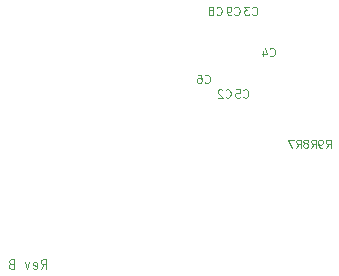
<source format=gbr>
G04 #@! TF.GenerationSoftware,KiCad,Pcbnew,5.0.2-bee76a0~70~ubuntu18.04.1*
G04 #@! TF.CreationDate,2020-08-11T13:50:02+01:00*
G04 #@! TF.ProjectId,picodvi,7069636f-6476-4692-9e6b-696361645f70,rev?*
G04 #@! TF.SameCoordinates,Original*
G04 #@! TF.FileFunction,Legend,Bot*
G04 #@! TF.FilePolarity,Positive*
%FSLAX46Y46*%
G04 Gerber Fmt 4.6, Leading zero omitted, Abs format (unit mm)*
G04 Created by KiCad (PCBNEW 5.0.2-bee76a0~70~ubuntu18.04.1) date Tue 11 Aug 2020 13:50:02 BST*
%MOMM*%
%LPD*%
G01*
G04 APERTURE LIST*
%ADD10C,0.120000*%
%ADD11C,0.100000*%
G04 APERTURE END LIST*
D10*
X214464761Y-123297904D02*
X214731428Y-122916952D01*
X214921904Y-123297904D02*
X214921904Y-122497904D01*
X214617142Y-122497904D01*
X214540952Y-122536000D01*
X214502857Y-122574095D01*
X214464761Y-122650285D01*
X214464761Y-122764571D01*
X214502857Y-122840761D01*
X214540952Y-122878857D01*
X214617142Y-122916952D01*
X214921904Y-122916952D01*
X213817142Y-123259809D02*
X213893333Y-123297904D01*
X214045714Y-123297904D01*
X214121904Y-123259809D01*
X214160000Y-123183619D01*
X214160000Y-122878857D01*
X214121904Y-122802666D01*
X214045714Y-122764571D01*
X213893333Y-122764571D01*
X213817142Y-122802666D01*
X213779047Y-122878857D01*
X213779047Y-122955047D01*
X214160000Y-123031238D01*
X213512380Y-122764571D02*
X213321904Y-123297904D01*
X213131428Y-122764571D01*
X211950476Y-122878857D02*
X211836190Y-122916952D01*
X211798095Y-122955047D01*
X211760000Y-123031238D01*
X211760000Y-123145523D01*
X211798095Y-123221714D01*
X211836190Y-123259809D01*
X211912380Y-123297904D01*
X212217142Y-123297904D01*
X212217142Y-122497904D01*
X211950476Y-122497904D01*
X211874285Y-122536000D01*
X211836190Y-122574095D01*
X211798095Y-122650285D01*
X211798095Y-122726476D01*
X211836190Y-122802666D01*
X211874285Y-122840761D01*
X211950476Y-122878857D01*
X212217142Y-122878857D01*
G04 #@! TO.C,C2*
D11*
X230116666Y-108750000D02*
X230150000Y-108783333D01*
X230250000Y-108816666D01*
X230316666Y-108816666D01*
X230416666Y-108783333D01*
X230483333Y-108716666D01*
X230516666Y-108650000D01*
X230550000Y-108516666D01*
X230550000Y-108416666D01*
X230516666Y-108283333D01*
X230483333Y-108216666D01*
X230416666Y-108150000D01*
X230316666Y-108116666D01*
X230250000Y-108116666D01*
X230150000Y-108150000D01*
X230116666Y-108183333D01*
X229850000Y-108183333D02*
X229816666Y-108150000D01*
X229750000Y-108116666D01*
X229583333Y-108116666D01*
X229516666Y-108150000D01*
X229483333Y-108183333D01*
X229450000Y-108250000D01*
X229450000Y-108316666D01*
X229483333Y-108416666D01*
X229883333Y-108816666D01*
X229450000Y-108816666D01*
G04 #@! TO.C,C3*
X232366666Y-101750000D02*
X232400000Y-101783333D01*
X232500000Y-101816666D01*
X232566666Y-101816666D01*
X232666666Y-101783333D01*
X232733333Y-101716666D01*
X232766666Y-101650000D01*
X232800000Y-101516666D01*
X232800000Y-101416666D01*
X232766666Y-101283333D01*
X232733333Y-101216666D01*
X232666666Y-101150000D01*
X232566666Y-101116666D01*
X232500000Y-101116666D01*
X232400000Y-101150000D01*
X232366666Y-101183333D01*
X232133333Y-101116666D02*
X231700000Y-101116666D01*
X231933333Y-101383333D01*
X231833333Y-101383333D01*
X231766666Y-101416666D01*
X231733333Y-101450000D01*
X231700000Y-101516666D01*
X231700000Y-101683333D01*
X231733333Y-101750000D01*
X231766666Y-101783333D01*
X231833333Y-101816666D01*
X232033333Y-101816666D01*
X232100000Y-101783333D01*
X232133333Y-101750000D01*
G04 #@! TO.C,C4*
X233866666Y-105250000D02*
X233900000Y-105283333D01*
X234000000Y-105316666D01*
X234066666Y-105316666D01*
X234166666Y-105283333D01*
X234233333Y-105216666D01*
X234266666Y-105150000D01*
X234300000Y-105016666D01*
X234300000Y-104916666D01*
X234266666Y-104783333D01*
X234233333Y-104716666D01*
X234166666Y-104650000D01*
X234066666Y-104616666D01*
X234000000Y-104616666D01*
X233900000Y-104650000D01*
X233866666Y-104683333D01*
X233266666Y-104850000D02*
X233266666Y-105316666D01*
X233433333Y-104583333D02*
X233600000Y-105083333D01*
X233166666Y-105083333D01*
G04 #@! TO.C,C5*
X231616666Y-108750000D02*
X231650000Y-108783333D01*
X231750000Y-108816666D01*
X231816666Y-108816666D01*
X231916666Y-108783333D01*
X231983333Y-108716666D01*
X232016666Y-108650000D01*
X232050000Y-108516666D01*
X232050000Y-108416666D01*
X232016666Y-108283333D01*
X231983333Y-108216666D01*
X231916666Y-108150000D01*
X231816666Y-108116666D01*
X231750000Y-108116666D01*
X231650000Y-108150000D01*
X231616666Y-108183333D01*
X230983333Y-108116666D02*
X231316666Y-108116666D01*
X231350000Y-108450000D01*
X231316666Y-108416666D01*
X231250000Y-108383333D01*
X231083333Y-108383333D01*
X231016666Y-108416666D01*
X230983333Y-108450000D01*
X230950000Y-108516666D01*
X230950000Y-108683333D01*
X230983333Y-108750000D01*
X231016666Y-108783333D01*
X231083333Y-108816666D01*
X231250000Y-108816666D01*
X231316666Y-108783333D01*
X231350000Y-108750000D01*
G04 #@! TO.C,C6*
X228366666Y-107500000D02*
X228400000Y-107533333D01*
X228500000Y-107566666D01*
X228566666Y-107566666D01*
X228666666Y-107533333D01*
X228733333Y-107466666D01*
X228766666Y-107400000D01*
X228800000Y-107266666D01*
X228800000Y-107166666D01*
X228766666Y-107033333D01*
X228733333Y-106966666D01*
X228666666Y-106900000D01*
X228566666Y-106866666D01*
X228500000Y-106866666D01*
X228400000Y-106900000D01*
X228366666Y-106933333D01*
X227766666Y-106866666D02*
X227900000Y-106866666D01*
X227966666Y-106900000D01*
X228000000Y-106933333D01*
X228066666Y-107033333D01*
X228100000Y-107166666D01*
X228100000Y-107433333D01*
X228066666Y-107500000D01*
X228033333Y-107533333D01*
X227966666Y-107566666D01*
X227833333Y-107566666D01*
X227766666Y-107533333D01*
X227733333Y-107500000D01*
X227700000Y-107433333D01*
X227700000Y-107266666D01*
X227733333Y-107200000D01*
X227766666Y-107166666D01*
X227833333Y-107133333D01*
X227966666Y-107133333D01*
X228033333Y-107166666D01*
X228066666Y-107200000D01*
X228100000Y-107266666D01*
G04 #@! TO.C,C8*
X229351666Y-101750000D02*
X229385000Y-101783333D01*
X229485000Y-101816666D01*
X229551666Y-101816666D01*
X229651666Y-101783333D01*
X229718333Y-101716666D01*
X229751666Y-101650000D01*
X229785000Y-101516666D01*
X229785000Y-101416666D01*
X229751666Y-101283333D01*
X229718333Y-101216666D01*
X229651666Y-101150000D01*
X229551666Y-101116666D01*
X229485000Y-101116666D01*
X229385000Y-101150000D01*
X229351666Y-101183333D01*
X228951666Y-101416666D02*
X229018333Y-101383333D01*
X229051666Y-101350000D01*
X229085000Y-101283333D01*
X229085000Y-101250000D01*
X229051666Y-101183333D01*
X229018333Y-101150000D01*
X228951666Y-101116666D01*
X228818333Y-101116666D01*
X228751666Y-101150000D01*
X228718333Y-101183333D01*
X228685000Y-101250000D01*
X228685000Y-101283333D01*
X228718333Y-101350000D01*
X228751666Y-101383333D01*
X228818333Y-101416666D01*
X228951666Y-101416666D01*
X229018333Y-101450000D01*
X229051666Y-101483333D01*
X229085000Y-101550000D01*
X229085000Y-101683333D01*
X229051666Y-101750000D01*
X229018333Y-101783333D01*
X228951666Y-101816666D01*
X228818333Y-101816666D01*
X228751666Y-101783333D01*
X228718333Y-101750000D01*
X228685000Y-101683333D01*
X228685000Y-101550000D01*
X228718333Y-101483333D01*
X228751666Y-101450000D01*
X228818333Y-101416666D01*
G04 #@! TO.C,C9*
X230866666Y-101750000D02*
X230900000Y-101783333D01*
X231000000Y-101816666D01*
X231066666Y-101816666D01*
X231166666Y-101783333D01*
X231233333Y-101716666D01*
X231266666Y-101650000D01*
X231300000Y-101516666D01*
X231300000Y-101416666D01*
X231266666Y-101283333D01*
X231233333Y-101216666D01*
X231166666Y-101150000D01*
X231066666Y-101116666D01*
X231000000Y-101116666D01*
X230900000Y-101150000D01*
X230866666Y-101183333D01*
X230533333Y-101816666D02*
X230400000Y-101816666D01*
X230333333Y-101783333D01*
X230300000Y-101750000D01*
X230233333Y-101650000D01*
X230200000Y-101516666D01*
X230200000Y-101250000D01*
X230233333Y-101183333D01*
X230266666Y-101150000D01*
X230333333Y-101116666D01*
X230466666Y-101116666D01*
X230533333Y-101150000D01*
X230566666Y-101183333D01*
X230600000Y-101250000D01*
X230600000Y-101416666D01*
X230566666Y-101483333D01*
X230533333Y-101516666D01*
X230466666Y-101550000D01*
X230333333Y-101550000D01*
X230266666Y-101516666D01*
X230233333Y-101483333D01*
X230200000Y-101416666D01*
G04 #@! TO.C,R7*
X236116666Y-113066666D02*
X236350000Y-112733333D01*
X236516666Y-113066666D02*
X236516666Y-112366666D01*
X236250000Y-112366666D01*
X236183333Y-112400000D01*
X236150000Y-112433333D01*
X236116666Y-112500000D01*
X236116666Y-112600000D01*
X236150000Y-112666666D01*
X236183333Y-112700000D01*
X236250000Y-112733333D01*
X236516666Y-112733333D01*
X235883333Y-112366666D02*
X235416666Y-112366666D01*
X235716666Y-113066666D01*
G04 #@! TO.C,R8*
X237366666Y-113066666D02*
X237600000Y-112733333D01*
X237766666Y-113066666D02*
X237766666Y-112366666D01*
X237500000Y-112366666D01*
X237433333Y-112400000D01*
X237400000Y-112433333D01*
X237366666Y-112500000D01*
X237366666Y-112600000D01*
X237400000Y-112666666D01*
X237433333Y-112700000D01*
X237500000Y-112733333D01*
X237766666Y-112733333D01*
X236966666Y-112666666D02*
X237033333Y-112633333D01*
X237066666Y-112600000D01*
X237100000Y-112533333D01*
X237100000Y-112500000D01*
X237066666Y-112433333D01*
X237033333Y-112400000D01*
X236966666Y-112366666D01*
X236833333Y-112366666D01*
X236766666Y-112400000D01*
X236733333Y-112433333D01*
X236700000Y-112500000D01*
X236700000Y-112533333D01*
X236733333Y-112600000D01*
X236766666Y-112633333D01*
X236833333Y-112666666D01*
X236966666Y-112666666D01*
X237033333Y-112700000D01*
X237066666Y-112733333D01*
X237100000Y-112800000D01*
X237100000Y-112933333D01*
X237066666Y-113000000D01*
X237033333Y-113033333D01*
X236966666Y-113066666D01*
X236833333Y-113066666D01*
X236766666Y-113033333D01*
X236733333Y-113000000D01*
X236700000Y-112933333D01*
X236700000Y-112800000D01*
X236733333Y-112733333D01*
X236766666Y-112700000D01*
X236833333Y-112666666D01*
G04 #@! TO.C,R9*
X238616666Y-113066666D02*
X238850000Y-112733333D01*
X239016666Y-113066666D02*
X239016666Y-112366666D01*
X238750000Y-112366666D01*
X238683333Y-112400000D01*
X238650000Y-112433333D01*
X238616666Y-112500000D01*
X238616666Y-112600000D01*
X238650000Y-112666666D01*
X238683333Y-112700000D01*
X238750000Y-112733333D01*
X239016666Y-112733333D01*
X238283333Y-113066666D02*
X238150000Y-113066666D01*
X238083333Y-113033333D01*
X238050000Y-113000000D01*
X237983333Y-112900000D01*
X237950000Y-112766666D01*
X237950000Y-112500000D01*
X237983333Y-112433333D01*
X238016666Y-112400000D01*
X238083333Y-112366666D01*
X238216666Y-112366666D01*
X238283333Y-112400000D01*
X238316666Y-112433333D01*
X238350000Y-112500000D01*
X238350000Y-112666666D01*
X238316666Y-112733333D01*
X238283333Y-112766666D01*
X238216666Y-112800000D01*
X238083333Y-112800000D01*
X238016666Y-112766666D01*
X237983333Y-112733333D01*
X237950000Y-112666666D01*
G04 #@! TD*
M02*

</source>
